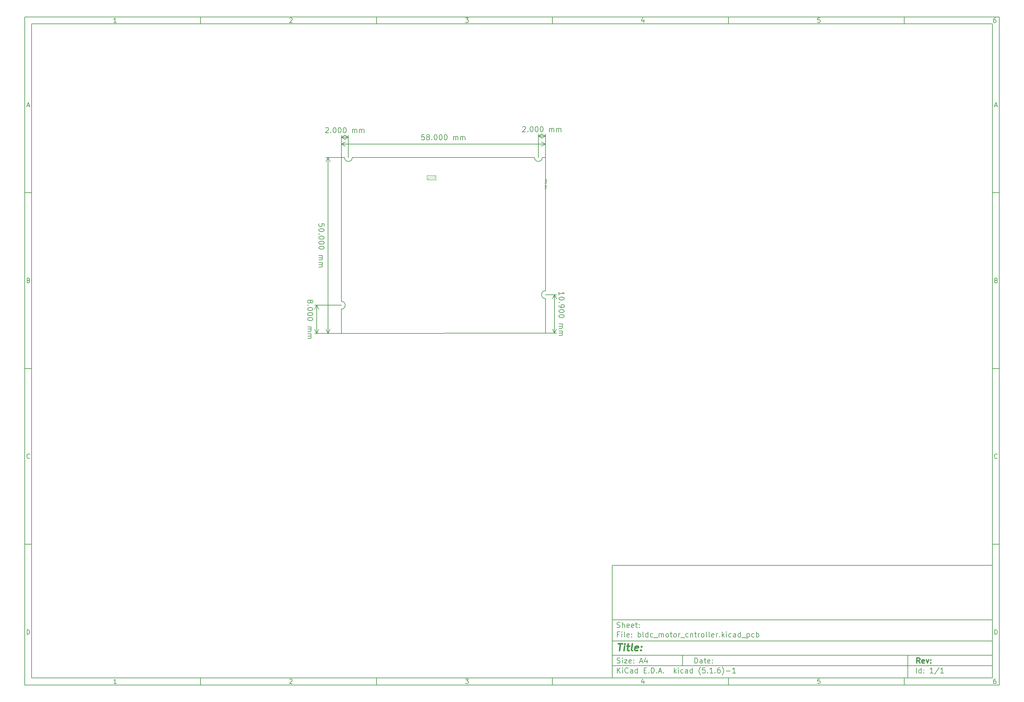
<source format=gbr>
G04 #@! TF.GenerationSoftware,KiCad,Pcbnew,(5.1.6)-1*
G04 #@! TF.CreationDate,2021-03-06T15:59:57+08:00*
G04 #@! TF.ProjectId,bldc_motor_cntroller,626c6463-5f6d-46f7-946f-725f636e7472,rev?*
G04 #@! TF.SameCoordinates,Original*
G04 #@! TF.FileFunction,OtherDrawing,Comment*
%FSLAX46Y46*%
G04 Gerber Fmt 4.6, Leading zero omitted, Abs format (unit mm)*
G04 Created by KiCad (PCBNEW (5.1.6)-1) date 2021-03-06 15:59:57*
%MOMM*%
%LPD*%
G01*
G04 APERTURE LIST*
%ADD10C,0.100000*%
%ADD11C,0.150000*%
%ADD12C,0.300000*%
%ADD13C,0.400000*%
%ADD14C,0.200000*%
%ADD15C,0.040000*%
G04 APERTURE END LIST*
D10*
D11*
X177002200Y-166007200D02*
X177002200Y-198007200D01*
X285002200Y-198007200D01*
X285002200Y-166007200D01*
X177002200Y-166007200D01*
D10*
D11*
X10000000Y-10000000D02*
X10000000Y-200007200D01*
X287002200Y-200007200D01*
X287002200Y-10000000D01*
X10000000Y-10000000D01*
D10*
D11*
X12000000Y-12000000D02*
X12000000Y-198007200D01*
X285002200Y-198007200D01*
X285002200Y-12000000D01*
X12000000Y-12000000D01*
D10*
D11*
X60000000Y-12000000D02*
X60000000Y-10000000D01*
D10*
D11*
X110000000Y-12000000D02*
X110000000Y-10000000D01*
D10*
D11*
X160000000Y-12000000D02*
X160000000Y-10000000D01*
D10*
D11*
X210000000Y-12000000D02*
X210000000Y-10000000D01*
D10*
D11*
X260000000Y-12000000D02*
X260000000Y-10000000D01*
D10*
D11*
X36065476Y-11588095D02*
X35322619Y-11588095D01*
X35694047Y-11588095D02*
X35694047Y-10288095D01*
X35570238Y-10473809D01*
X35446428Y-10597619D01*
X35322619Y-10659523D01*
D10*
D11*
X85322619Y-10411904D02*
X85384523Y-10350000D01*
X85508333Y-10288095D01*
X85817857Y-10288095D01*
X85941666Y-10350000D01*
X86003571Y-10411904D01*
X86065476Y-10535714D01*
X86065476Y-10659523D01*
X86003571Y-10845238D01*
X85260714Y-11588095D01*
X86065476Y-11588095D01*
D10*
D11*
X135260714Y-10288095D02*
X136065476Y-10288095D01*
X135632142Y-10783333D01*
X135817857Y-10783333D01*
X135941666Y-10845238D01*
X136003571Y-10907142D01*
X136065476Y-11030952D01*
X136065476Y-11340476D01*
X136003571Y-11464285D01*
X135941666Y-11526190D01*
X135817857Y-11588095D01*
X135446428Y-11588095D01*
X135322619Y-11526190D01*
X135260714Y-11464285D01*
D10*
D11*
X185941666Y-10721428D02*
X185941666Y-11588095D01*
X185632142Y-10226190D02*
X185322619Y-11154761D01*
X186127380Y-11154761D01*
D10*
D11*
X236003571Y-10288095D02*
X235384523Y-10288095D01*
X235322619Y-10907142D01*
X235384523Y-10845238D01*
X235508333Y-10783333D01*
X235817857Y-10783333D01*
X235941666Y-10845238D01*
X236003571Y-10907142D01*
X236065476Y-11030952D01*
X236065476Y-11340476D01*
X236003571Y-11464285D01*
X235941666Y-11526190D01*
X235817857Y-11588095D01*
X235508333Y-11588095D01*
X235384523Y-11526190D01*
X235322619Y-11464285D01*
D10*
D11*
X285941666Y-10288095D02*
X285694047Y-10288095D01*
X285570238Y-10350000D01*
X285508333Y-10411904D01*
X285384523Y-10597619D01*
X285322619Y-10845238D01*
X285322619Y-11340476D01*
X285384523Y-11464285D01*
X285446428Y-11526190D01*
X285570238Y-11588095D01*
X285817857Y-11588095D01*
X285941666Y-11526190D01*
X286003571Y-11464285D01*
X286065476Y-11340476D01*
X286065476Y-11030952D01*
X286003571Y-10907142D01*
X285941666Y-10845238D01*
X285817857Y-10783333D01*
X285570238Y-10783333D01*
X285446428Y-10845238D01*
X285384523Y-10907142D01*
X285322619Y-11030952D01*
D10*
D11*
X60000000Y-198007200D02*
X60000000Y-200007200D01*
D10*
D11*
X110000000Y-198007200D02*
X110000000Y-200007200D01*
D10*
D11*
X160000000Y-198007200D02*
X160000000Y-200007200D01*
D10*
D11*
X210000000Y-198007200D02*
X210000000Y-200007200D01*
D10*
D11*
X260000000Y-198007200D02*
X260000000Y-200007200D01*
D10*
D11*
X36065476Y-199595295D02*
X35322619Y-199595295D01*
X35694047Y-199595295D02*
X35694047Y-198295295D01*
X35570238Y-198481009D01*
X35446428Y-198604819D01*
X35322619Y-198666723D01*
D10*
D11*
X85322619Y-198419104D02*
X85384523Y-198357200D01*
X85508333Y-198295295D01*
X85817857Y-198295295D01*
X85941666Y-198357200D01*
X86003571Y-198419104D01*
X86065476Y-198542914D01*
X86065476Y-198666723D01*
X86003571Y-198852438D01*
X85260714Y-199595295D01*
X86065476Y-199595295D01*
D10*
D11*
X135260714Y-198295295D02*
X136065476Y-198295295D01*
X135632142Y-198790533D01*
X135817857Y-198790533D01*
X135941666Y-198852438D01*
X136003571Y-198914342D01*
X136065476Y-199038152D01*
X136065476Y-199347676D01*
X136003571Y-199471485D01*
X135941666Y-199533390D01*
X135817857Y-199595295D01*
X135446428Y-199595295D01*
X135322619Y-199533390D01*
X135260714Y-199471485D01*
D10*
D11*
X185941666Y-198728628D02*
X185941666Y-199595295D01*
X185632142Y-198233390D02*
X185322619Y-199161961D01*
X186127380Y-199161961D01*
D10*
D11*
X236003571Y-198295295D02*
X235384523Y-198295295D01*
X235322619Y-198914342D01*
X235384523Y-198852438D01*
X235508333Y-198790533D01*
X235817857Y-198790533D01*
X235941666Y-198852438D01*
X236003571Y-198914342D01*
X236065476Y-199038152D01*
X236065476Y-199347676D01*
X236003571Y-199471485D01*
X235941666Y-199533390D01*
X235817857Y-199595295D01*
X235508333Y-199595295D01*
X235384523Y-199533390D01*
X235322619Y-199471485D01*
D10*
D11*
X285941666Y-198295295D02*
X285694047Y-198295295D01*
X285570238Y-198357200D01*
X285508333Y-198419104D01*
X285384523Y-198604819D01*
X285322619Y-198852438D01*
X285322619Y-199347676D01*
X285384523Y-199471485D01*
X285446428Y-199533390D01*
X285570238Y-199595295D01*
X285817857Y-199595295D01*
X285941666Y-199533390D01*
X286003571Y-199471485D01*
X286065476Y-199347676D01*
X286065476Y-199038152D01*
X286003571Y-198914342D01*
X285941666Y-198852438D01*
X285817857Y-198790533D01*
X285570238Y-198790533D01*
X285446428Y-198852438D01*
X285384523Y-198914342D01*
X285322619Y-199038152D01*
D10*
D11*
X10000000Y-60000000D02*
X12000000Y-60000000D01*
D10*
D11*
X10000000Y-110000000D02*
X12000000Y-110000000D01*
D10*
D11*
X10000000Y-160000000D02*
X12000000Y-160000000D01*
D10*
D11*
X10690476Y-35216666D02*
X11309523Y-35216666D01*
X10566666Y-35588095D02*
X11000000Y-34288095D01*
X11433333Y-35588095D01*
D10*
D11*
X11092857Y-84907142D02*
X11278571Y-84969047D01*
X11340476Y-85030952D01*
X11402380Y-85154761D01*
X11402380Y-85340476D01*
X11340476Y-85464285D01*
X11278571Y-85526190D01*
X11154761Y-85588095D01*
X10659523Y-85588095D01*
X10659523Y-84288095D01*
X11092857Y-84288095D01*
X11216666Y-84350000D01*
X11278571Y-84411904D01*
X11340476Y-84535714D01*
X11340476Y-84659523D01*
X11278571Y-84783333D01*
X11216666Y-84845238D01*
X11092857Y-84907142D01*
X10659523Y-84907142D01*
D10*
D11*
X11402380Y-135464285D02*
X11340476Y-135526190D01*
X11154761Y-135588095D01*
X11030952Y-135588095D01*
X10845238Y-135526190D01*
X10721428Y-135402380D01*
X10659523Y-135278571D01*
X10597619Y-135030952D01*
X10597619Y-134845238D01*
X10659523Y-134597619D01*
X10721428Y-134473809D01*
X10845238Y-134350000D01*
X11030952Y-134288095D01*
X11154761Y-134288095D01*
X11340476Y-134350000D01*
X11402380Y-134411904D01*
D10*
D11*
X10659523Y-185588095D02*
X10659523Y-184288095D01*
X10969047Y-184288095D01*
X11154761Y-184350000D01*
X11278571Y-184473809D01*
X11340476Y-184597619D01*
X11402380Y-184845238D01*
X11402380Y-185030952D01*
X11340476Y-185278571D01*
X11278571Y-185402380D01*
X11154761Y-185526190D01*
X10969047Y-185588095D01*
X10659523Y-185588095D01*
D10*
D11*
X287002200Y-60000000D02*
X285002200Y-60000000D01*
D10*
D11*
X287002200Y-110000000D02*
X285002200Y-110000000D01*
D10*
D11*
X287002200Y-160000000D02*
X285002200Y-160000000D01*
D10*
D11*
X285692676Y-35216666D02*
X286311723Y-35216666D01*
X285568866Y-35588095D02*
X286002200Y-34288095D01*
X286435533Y-35588095D01*
D10*
D11*
X286095057Y-84907142D02*
X286280771Y-84969047D01*
X286342676Y-85030952D01*
X286404580Y-85154761D01*
X286404580Y-85340476D01*
X286342676Y-85464285D01*
X286280771Y-85526190D01*
X286156961Y-85588095D01*
X285661723Y-85588095D01*
X285661723Y-84288095D01*
X286095057Y-84288095D01*
X286218866Y-84350000D01*
X286280771Y-84411904D01*
X286342676Y-84535714D01*
X286342676Y-84659523D01*
X286280771Y-84783333D01*
X286218866Y-84845238D01*
X286095057Y-84907142D01*
X285661723Y-84907142D01*
D10*
D11*
X286404580Y-135464285D02*
X286342676Y-135526190D01*
X286156961Y-135588095D01*
X286033152Y-135588095D01*
X285847438Y-135526190D01*
X285723628Y-135402380D01*
X285661723Y-135278571D01*
X285599819Y-135030952D01*
X285599819Y-134845238D01*
X285661723Y-134597619D01*
X285723628Y-134473809D01*
X285847438Y-134350000D01*
X286033152Y-134288095D01*
X286156961Y-134288095D01*
X286342676Y-134350000D01*
X286404580Y-134411904D01*
D10*
D11*
X285661723Y-185588095D02*
X285661723Y-184288095D01*
X285971247Y-184288095D01*
X286156961Y-184350000D01*
X286280771Y-184473809D01*
X286342676Y-184597619D01*
X286404580Y-184845238D01*
X286404580Y-185030952D01*
X286342676Y-185278571D01*
X286280771Y-185402380D01*
X286156961Y-185526190D01*
X285971247Y-185588095D01*
X285661723Y-185588095D01*
D10*
D11*
X200434342Y-193785771D02*
X200434342Y-192285771D01*
X200791485Y-192285771D01*
X201005771Y-192357200D01*
X201148628Y-192500057D01*
X201220057Y-192642914D01*
X201291485Y-192928628D01*
X201291485Y-193142914D01*
X201220057Y-193428628D01*
X201148628Y-193571485D01*
X201005771Y-193714342D01*
X200791485Y-193785771D01*
X200434342Y-193785771D01*
X202577200Y-193785771D02*
X202577200Y-193000057D01*
X202505771Y-192857200D01*
X202362914Y-192785771D01*
X202077200Y-192785771D01*
X201934342Y-192857200D01*
X202577200Y-193714342D02*
X202434342Y-193785771D01*
X202077200Y-193785771D01*
X201934342Y-193714342D01*
X201862914Y-193571485D01*
X201862914Y-193428628D01*
X201934342Y-193285771D01*
X202077200Y-193214342D01*
X202434342Y-193214342D01*
X202577200Y-193142914D01*
X203077200Y-192785771D02*
X203648628Y-192785771D01*
X203291485Y-192285771D02*
X203291485Y-193571485D01*
X203362914Y-193714342D01*
X203505771Y-193785771D01*
X203648628Y-193785771D01*
X204720057Y-193714342D02*
X204577200Y-193785771D01*
X204291485Y-193785771D01*
X204148628Y-193714342D01*
X204077200Y-193571485D01*
X204077200Y-193000057D01*
X204148628Y-192857200D01*
X204291485Y-192785771D01*
X204577200Y-192785771D01*
X204720057Y-192857200D01*
X204791485Y-193000057D01*
X204791485Y-193142914D01*
X204077200Y-193285771D01*
X205434342Y-193642914D02*
X205505771Y-193714342D01*
X205434342Y-193785771D01*
X205362914Y-193714342D01*
X205434342Y-193642914D01*
X205434342Y-193785771D01*
X205434342Y-192857200D02*
X205505771Y-192928628D01*
X205434342Y-193000057D01*
X205362914Y-192928628D01*
X205434342Y-192857200D01*
X205434342Y-193000057D01*
D10*
D11*
X177002200Y-194507200D02*
X285002200Y-194507200D01*
D10*
D11*
X178434342Y-196585771D02*
X178434342Y-195085771D01*
X179291485Y-196585771D02*
X178648628Y-195728628D01*
X179291485Y-195085771D02*
X178434342Y-195942914D01*
X179934342Y-196585771D02*
X179934342Y-195585771D01*
X179934342Y-195085771D02*
X179862914Y-195157200D01*
X179934342Y-195228628D01*
X180005771Y-195157200D01*
X179934342Y-195085771D01*
X179934342Y-195228628D01*
X181505771Y-196442914D02*
X181434342Y-196514342D01*
X181220057Y-196585771D01*
X181077200Y-196585771D01*
X180862914Y-196514342D01*
X180720057Y-196371485D01*
X180648628Y-196228628D01*
X180577200Y-195942914D01*
X180577200Y-195728628D01*
X180648628Y-195442914D01*
X180720057Y-195300057D01*
X180862914Y-195157200D01*
X181077200Y-195085771D01*
X181220057Y-195085771D01*
X181434342Y-195157200D01*
X181505771Y-195228628D01*
X182791485Y-196585771D02*
X182791485Y-195800057D01*
X182720057Y-195657200D01*
X182577200Y-195585771D01*
X182291485Y-195585771D01*
X182148628Y-195657200D01*
X182791485Y-196514342D02*
X182648628Y-196585771D01*
X182291485Y-196585771D01*
X182148628Y-196514342D01*
X182077200Y-196371485D01*
X182077200Y-196228628D01*
X182148628Y-196085771D01*
X182291485Y-196014342D01*
X182648628Y-196014342D01*
X182791485Y-195942914D01*
X184148628Y-196585771D02*
X184148628Y-195085771D01*
X184148628Y-196514342D02*
X184005771Y-196585771D01*
X183720057Y-196585771D01*
X183577200Y-196514342D01*
X183505771Y-196442914D01*
X183434342Y-196300057D01*
X183434342Y-195871485D01*
X183505771Y-195728628D01*
X183577200Y-195657200D01*
X183720057Y-195585771D01*
X184005771Y-195585771D01*
X184148628Y-195657200D01*
X186005771Y-195800057D02*
X186505771Y-195800057D01*
X186720057Y-196585771D02*
X186005771Y-196585771D01*
X186005771Y-195085771D01*
X186720057Y-195085771D01*
X187362914Y-196442914D02*
X187434342Y-196514342D01*
X187362914Y-196585771D01*
X187291485Y-196514342D01*
X187362914Y-196442914D01*
X187362914Y-196585771D01*
X188077200Y-196585771D02*
X188077200Y-195085771D01*
X188434342Y-195085771D01*
X188648628Y-195157200D01*
X188791485Y-195300057D01*
X188862914Y-195442914D01*
X188934342Y-195728628D01*
X188934342Y-195942914D01*
X188862914Y-196228628D01*
X188791485Y-196371485D01*
X188648628Y-196514342D01*
X188434342Y-196585771D01*
X188077200Y-196585771D01*
X189577200Y-196442914D02*
X189648628Y-196514342D01*
X189577200Y-196585771D01*
X189505771Y-196514342D01*
X189577200Y-196442914D01*
X189577200Y-196585771D01*
X190220057Y-196157200D02*
X190934342Y-196157200D01*
X190077200Y-196585771D02*
X190577200Y-195085771D01*
X191077200Y-196585771D01*
X191577200Y-196442914D02*
X191648628Y-196514342D01*
X191577200Y-196585771D01*
X191505771Y-196514342D01*
X191577200Y-196442914D01*
X191577200Y-196585771D01*
X194577200Y-196585771D02*
X194577200Y-195085771D01*
X194720057Y-196014342D02*
X195148628Y-196585771D01*
X195148628Y-195585771D02*
X194577200Y-196157200D01*
X195791485Y-196585771D02*
X195791485Y-195585771D01*
X195791485Y-195085771D02*
X195720057Y-195157200D01*
X195791485Y-195228628D01*
X195862914Y-195157200D01*
X195791485Y-195085771D01*
X195791485Y-195228628D01*
X197148628Y-196514342D02*
X197005771Y-196585771D01*
X196720057Y-196585771D01*
X196577200Y-196514342D01*
X196505771Y-196442914D01*
X196434342Y-196300057D01*
X196434342Y-195871485D01*
X196505771Y-195728628D01*
X196577200Y-195657200D01*
X196720057Y-195585771D01*
X197005771Y-195585771D01*
X197148628Y-195657200D01*
X198434342Y-196585771D02*
X198434342Y-195800057D01*
X198362914Y-195657200D01*
X198220057Y-195585771D01*
X197934342Y-195585771D01*
X197791485Y-195657200D01*
X198434342Y-196514342D02*
X198291485Y-196585771D01*
X197934342Y-196585771D01*
X197791485Y-196514342D01*
X197720057Y-196371485D01*
X197720057Y-196228628D01*
X197791485Y-196085771D01*
X197934342Y-196014342D01*
X198291485Y-196014342D01*
X198434342Y-195942914D01*
X199791485Y-196585771D02*
X199791485Y-195085771D01*
X199791485Y-196514342D02*
X199648628Y-196585771D01*
X199362914Y-196585771D01*
X199220057Y-196514342D01*
X199148628Y-196442914D01*
X199077200Y-196300057D01*
X199077200Y-195871485D01*
X199148628Y-195728628D01*
X199220057Y-195657200D01*
X199362914Y-195585771D01*
X199648628Y-195585771D01*
X199791485Y-195657200D01*
X202077200Y-197157200D02*
X202005771Y-197085771D01*
X201862914Y-196871485D01*
X201791485Y-196728628D01*
X201720057Y-196514342D01*
X201648628Y-196157200D01*
X201648628Y-195871485D01*
X201720057Y-195514342D01*
X201791485Y-195300057D01*
X201862914Y-195157200D01*
X202005771Y-194942914D01*
X202077200Y-194871485D01*
X203362914Y-195085771D02*
X202648628Y-195085771D01*
X202577200Y-195800057D01*
X202648628Y-195728628D01*
X202791485Y-195657200D01*
X203148628Y-195657200D01*
X203291485Y-195728628D01*
X203362914Y-195800057D01*
X203434342Y-195942914D01*
X203434342Y-196300057D01*
X203362914Y-196442914D01*
X203291485Y-196514342D01*
X203148628Y-196585771D01*
X202791485Y-196585771D01*
X202648628Y-196514342D01*
X202577200Y-196442914D01*
X204077200Y-196442914D02*
X204148628Y-196514342D01*
X204077200Y-196585771D01*
X204005771Y-196514342D01*
X204077200Y-196442914D01*
X204077200Y-196585771D01*
X205577200Y-196585771D02*
X204720057Y-196585771D01*
X205148628Y-196585771D02*
X205148628Y-195085771D01*
X205005771Y-195300057D01*
X204862914Y-195442914D01*
X204720057Y-195514342D01*
X206220057Y-196442914D02*
X206291485Y-196514342D01*
X206220057Y-196585771D01*
X206148628Y-196514342D01*
X206220057Y-196442914D01*
X206220057Y-196585771D01*
X207577200Y-195085771D02*
X207291485Y-195085771D01*
X207148628Y-195157200D01*
X207077200Y-195228628D01*
X206934342Y-195442914D01*
X206862914Y-195728628D01*
X206862914Y-196300057D01*
X206934342Y-196442914D01*
X207005771Y-196514342D01*
X207148628Y-196585771D01*
X207434342Y-196585771D01*
X207577200Y-196514342D01*
X207648628Y-196442914D01*
X207720057Y-196300057D01*
X207720057Y-195942914D01*
X207648628Y-195800057D01*
X207577200Y-195728628D01*
X207434342Y-195657200D01*
X207148628Y-195657200D01*
X207005771Y-195728628D01*
X206934342Y-195800057D01*
X206862914Y-195942914D01*
X208220057Y-197157200D02*
X208291485Y-197085771D01*
X208434342Y-196871485D01*
X208505771Y-196728628D01*
X208577200Y-196514342D01*
X208648628Y-196157200D01*
X208648628Y-195871485D01*
X208577200Y-195514342D01*
X208505771Y-195300057D01*
X208434342Y-195157200D01*
X208291485Y-194942914D01*
X208220057Y-194871485D01*
X209362914Y-196014342D02*
X210505771Y-196014342D01*
X212005771Y-196585771D02*
X211148628Y-196585771D01*
X211577200Y-196585771D02*
X211577200Y-195085771D01*
X211434342Y-195300057D01*
X211291485Y-195442914D01*
X211148628Y-195514342D01*
D10*
D11*
X177002200Y-191507200D02*
X285002200Y-191507200D01*
D10*
D12*
X264411485Y-193785771D02*
X263911485Y-193071485D01*
X263554342Y-193785771D02*
X263554342Y-192285771D01*
X264125771Y-192285771D01*
X264268628Y-192357200D01*
X264340057Y-192428628D01*
X264411485Y-192571485D01*
X264411485Y-192785771D01*
X264340057Y-192928628D01*
X264268628Y-193000057D01*
X264125771Y-193071485D01*
X263554342Y-193071485D01*
X265625771Y-193714342D02*
X265482914Y-193785771D01*
X265197200Y-193785771D01*
X265054342Y-193714342D01*
X264982914Y-193571485D01*
X264982914Y-193000057D01*
X265054342Y-192857200D01*
X265197200Y-192785771D01*
X265482914Y-192785771D01*
X265625771Y-192857200D01*
X265697200Y-193000057D01*
X265697200Y-193142914D01*
X264982914Y-193285771D01*
X266197200Y-192785771D02*
X266554342Y-193785771D01*
X266911485Y-192785771D01*
X267482914Y-193642914D02*
X267554342Y-193714342D01*
X267482914Y-193785771D01*
X267411485Y-193714342D01*
X267482914Y-193642914D01*
X267482914Y-193785771D01*
X267482914Y-192857200D02*
X267554342Y-192928628D01*
X267482914Y-193000057D01*
X267411485Y-192928628D01*
X267482914Y-192857200D01*
X267482914Y-193000057D01*
D10*
D11*
X178362914Y-193714342D02*
X178577200Y-193785771D01*
X178934342Y-193785771D01*
X179077200Y-193714342D01*
X179148628Y-193642914D01*
X179220057Y-193500057D01*
X179220057Y-193357200D01*
X179148628Y-193214342D01*
X179077200Y-193142914D01*
X178934342Y-193071485D01*
X178648628Y-193000057D01*
X178505771Y-192928628D01*
X178434342Y-192857200D01*
X178362914Y-192714342D01*
X178362914Y-192571485D01*
X178434342Y-192428628D01*
X178505771Y-192357200D01*
X178648628Y-192285771D01*
X179005771Y-192285771D01*
X179220057Y-192357200D01*
X179862914Y-193785771D02*
X179862914Y-192785771D01*
X179862914Y-192285771D02*
X179791485Y-192357200D01*
X179862914Y-192428628D01*
X179934342Y-192357200D01*
X179862914Y-192285771D01*
X179862914Y-192428628D01*
X180434342Y-192785771D02*
X181220057Y-192785771D01*
X180434342Y-193785771D01*
X181220057Y-193785771D01*
X182362914Y-193714342D02*
X182220057Y-193785771D01*
X181934342Y-193785771D01*
X181791485Y-193714342D01*
X181720057Y-193571485D01*
X181720057Y-193000057D01*
X181791485Y-192857200D01*
X181934342Y-192785771D01*
X182220057Y-192785771D01*
X182362914Y-192857200D01*
X182434342Y-193000057D01*
X182434342Y-193142914D01*
X181720057Y-193285771D01*
X183077200Y-193642914D02*
X183148628Y-193714342D01*
X183077200Y-193785771D01*
X183005771Y-193714342D01*
X183077200Y-193642914D01*
X183077200Y-193785771D01*
X183077200Y-192857200D02*
X183148628Y-192928628D01*
X183077200Y-193000057D01*
X183005771Y-192928628D01*
X183077200Y-192857200D01*
X183077200Y-193000057D01*
X184862914Y-193357200D02*
X185577200Y-193357200D01*
X184720057Y-193785771D02*
X185220057Y-192285771D01*
X185720057Y-193785771D01*
X186862914Y-192785771D02*
X186862914Y-193785771D01*
X186505771Y-192214342D02*
X186148628Y-193285771D01*
X187077200Y-193285771D01*
D10*
D11*
X263434342Y-196585771D02*
X263434342Y-195085771D01*
X264791485Y-196585771D02*
X264791485Y-195085771D01*
X264791485Y-196514342D02*
X264648628Y-196585771D01*
X264362914Y-196585771D01*
X264220057Y-196514342D01*
X264148628Y-196442914D01*
X264077200Y-196300057D01*
X264077200Y-195871485D01*
X264148628Y-195728628D01*
X264220057Y-195657200D01*
X264362914Y-195585771D01*
X264648628Y-195585771D01*
X264791485Y-195657200D01*
X265505771Y-196442914D02*
X265577200Y-196514342D01*
X265505771Y-196585771D01*
X265434342Y-196514342D01*
X265505771Y-196442914D01*
X265505771Y-196585771D01*
X265505771Y-195657200D02*
X265577200Y-195728628D01*
X265505771Y-195800057D01*
X265434342Y-195728628D01*
X265505771Y-195657200D01*
X265505771Y-195800057D01*
X268148628Y-196585771D02*
X267291485Y-196585771D01*
X267720057Y-196585771D02*
X267720057Y-195085771D01*
X267577200Y-195300057D01*
X267434342Y-195442914D01*
X267291485Y-195514342D01*
X269862914Y-195014342D02*
X268577200Y-196942914D01*
X271148628Y-196585771D02*
X270291485Y-196585771D01*
X270720057Y-196585771D02*
X270720057Y-195085771D01*
X270577200Y-195300057D01*
X270434342Y-195442914D01*
X270291485Y-195514342D01*
D10*
D11*
X177002200Y-187507200D02*
X285002200Y-187507200D01*
D10*
D13*
X178714580Y-188211961D02*
X179857438Y-188211961D01*
X179036009Y-190211961D02*
X179286009Y-188211961D01*
X180274104Y-190211961D02*
X180440771Y-188878628D01*
X180524104Y-188211961D02*
X180416961Y-188307200D01*
X180500295Y-188402438D01*
X180607438Y-188307200D01*
X180524104Y-188211961D01*
X180500295Y-188402438D01*
X181107438Y-188878628D02*
X181869342Y-188878628D01*
X181476485Y-188211961D02*
X181262200Y-189926247D01*
X181333628Y-190116723D01*
X181512200Y-190211961D01*
X181702676Y-190211961D01*
X182655057Y-190211961D02*
X182476485Y-190116723D01*
X182405057Y-189926247D01*
X182619342Y-188211961D01*
X184190771Y-190116723D02*
X183988390Y-190211961D01*
X183607438Y-190211961D01*
X183428866Y-190116723D01*
X183357438Y-189926247D01*
X183452676Y-189164342D01*
X183571723Y-188973866D01*
X183774104Y-188878628D01*
X184155057Y-188878628D01*
X184333628Y-188973866D01*
X184405057Y-189164342D01*
X184381247Y-189354819D01*
X183405057Y-189545295D01*
X185155057Y-190021485D02*
X185238390Y-190116723D01*
X185131247Y-190211961D01*
X185047914Y-190116723D01*
X185155057Y-190021485D01*
X185131247Y-190211961D01*
X185286009Y-188973866D02*
X185369342Y-189069104D01*
X185262200Y-189164342D01*
X185178866Y-189069104D01*
X185286009Y-188973866D01*
X185262200Y-189164342D01*
D10*
D11*
X178934342Y-185600057D02*
X178434342Y-185600057D01*
X178434342Y-186385771D02*
X178434342Y-184885771D01*
X179148628Y-184885771D01*
X179720057Y-186385771D02*
X179720057Y-185385771D01*
X179720057Y-184885771D02*
X179648628Y-184957200D01*
X179720057Y-185028628D01*
X179791485Y-184957200D01*
X179720057Y-184885771D01*
X179720057Y-185028628D01*
X180648628Y-186385771D02*
X180505771Y-186314342D01*
X180434342Y-186171485D01*
X180434342Y-184885771D01*
X181791485Y-186314342D02*
X181648628Y-186385771D01*
X181362914Y-186385771D01*
X181220057Y-186314342D01*
X181148628Y-186171485D01*
X181148628Y-185600057D01*
X181220057Y-185457200D01*
X181362914Y-185385771D01*
X181648628Y-185385771D01*
X181791485Y-185457200D01*
X181862914Y-185600057D01*
X181862914Y-185742914D01*
X181148628Y-185885771D01*
X182505771Y-186242914D02*
X182577200Y-186314342D01*
X182505771Y-186385771D01*
X182434342Y-186314342D01*
X182505771Y-186242914D01*
X182505771Y-186385771D01*
X182505771Y-185457200D02*
X182577200Y-185528628D01*
X182505771Y-185600057D01*
X182434342Y-185528628D01*
X182505771Y-185457200D01*
X182505771Y-185600057D01*
X184362914Y-186385771D02*
X184362914Y-184885771D01*
X184362914Y-185457200D02*
X184505771Y-185385771D01*
X184791485Y-185385771D01*
X184934342Y-185457200D01*
X185005771Y-185528628D01*
X185077200Y-185671485D01*
X185077200Y-186100057D01*
X185005771Y-186242914D01*
X184934342Y-186314342D01*
X184791485Y-186385771D01*
X184505771Y-186385771D01*
X184362914Y-186314342D01*
X185934342Y-186385771D02*
X185791485Y-186314342D01*
X185720057Y-186171485D01*
X185720057Y-184885771D01*
X187148628Y-186385771D02*
X187148628Y-184885771D01*
X187148628Y-186314342D02*
X187005771Y-186385771D01*
X186720057Y-186385771D01*
X186577200Y-186314342D01*
X186505771Y-186242914D01*
X186434342Y-186100057D01*
X186434342Y-185671485D01*
X186505771Y-185528628D01*
X186577200Y-185457200D01*
X186720057Y-185385771D01*
X187005771Y-185385771D01*
X187148628Y-185457200D01*
X188505771Y-186314342D02*
X188362914Y-186385771D01*
X188077200Y-186385771D01*
X187934342Y-186314342D01*
X187862914Y-186242914D01*
X187791485Y-186100057D01*
X187791485Y-185671485D01*
X187862914Y-185528628D01*
X187934342Y-185457200D01*
X188077200Y-185385771D01*
X188362914Y-185385771D01*
X188505771Y-185457200D01*
X188791485Y-186528628D02*
X189934342Y-186528628D01*
X190291485Y-186385771D02*
X190291485Y-185385771D01*
X190291485Y-185528628D02*
X190362914Y-185457200D01*
X190505771Y-185385771D01*
X190720057Y-185385771D01*
X190862914Y-185457200D01*
X190934342Y-185600057D01*
X190934342Y-186385771D01*
X190934342Y-185600057D02*
X191005771Y-185457200D01*
X191148628Y-185385771D01*
X191362914Y-185385771D01*
X191505771Y-185457200D01*
X191577200Y-185600057D01*
X191577200Y-186385771D01*
X192505771Y-186385771D02*
X192362914Y-186314342D01*
X192291485Y-186242914D01*
X192220057Y-186100057D01*
X192220057Y-185671485D01*
X192291485Y-185528628D01*
X192362914Y-185457200D01*
X192505771Y-185385771D01*
X192720057Y-185385771D01*
X192862914Y-185457200D01*
X192934342Y-185528628D01*
X193005771Y-185671485D01*
X193005771Y-186100057D01*
X192934342Y-186242914D01*
X192862914Y-186314342D01*
X192720057Y-186385771D01*
X192505771Y-186385771D01*
X193434342Y-185385771D02*
X194005771Y-185385771D01*
X193648628Y-184885771D02*
X193648628Y-186171485D01*
X193720057Y-186314342D01*
X193862914Y-186385771D01*
X194005771Y-186385771D01*
X194720057Y-186385771D02*
X194577200Y-186314342D01*
X194505771Y-186242914D01*
X194434342Y-186100057D01*
X194434342Y-185671485D01*
X194505771Y-185528628D01*
X194577200Y-185457200D01*
X194720057Y-185385771D01*
X194934342Y-185385771D01*
X195077200Y-185457200D01*
X195148628Y-185528628D01*
X195220057Y-185671485D01*
X195220057Y-186100057D01*
X195148628Y-186242914D01*
X195077200Y-186314342D01*
X194934342Y-186385771D01*
X194720057Y-186385771D01*
X195862914Y-186385771D02*
X195862914Y-185385771D01*
X195862914Y-185671485D02*
X195934342Y-185528628D01*
X196005771Y-185457200D01*
X196148628Y-185385771D01*
X196291485Y-185385771D01*
X196434342Y-186528628D02*
X197577200Y-186528628D01*
X198577200Y-186314342D02*
X198434342Y-186385771D01*
X198148628Y-186385771D01*
X198005771Y-186314342D01*
X197934342Y-186242914D01*
X197862914Y-186100057D01*
X197862914Y-185671485D01*
X197934342Y-185528628D01*
X198005771Y-185457200D01*
X198148628Y-185385771D01*
X198434342Y-185385771D01*
X198577200Y-185457200D01*
X199220057Y-185385771D02*
X199220057Y-186385771D01*
X199220057Y-185528628D02*
X199291485Y-185457200D01*
X199434342Y-185385771D01*
X199648628Y-185385771D01*
X199791485Y-185457200D01*
X199862914Y-185600057D01*
X199862914Y-186385771D01*
X200362914Y-185385771D02*
X200934342Y-185385771D01*
X200577200Y-184885771D02*
X200577200Y-186171485D01*
X200648628Y-186314342D01*
X200791485Y-186385771D01*
X200934342Y-186385771D01*
X201434342Y-186385771D02*
X201434342Y-185385771D01*
X201434342Y-185671485D02*
X201505771Y-185528628D01*
X201577200Y-185457200D01*
X201720057Y-185385771D01*
X201862914Y-185385771D01*
X202577200Y-186385771D02*
X202434342Y-186314342D01*
X202362914Y-186242914D01*
X202291485Y-186100057D01*
X202291485Y-185671485D01*
X202362914Y-185528628D01*
X202434342Y-185457200D01*
X202577200Y-185385771D01*
X202791485Y-185385771D01*
X202934342Y-185457200D01*
X203005771Y-185528628D01*
X203077200Y-185671485D01*
X203077200Y-186100057D01*
X203005771Y-186242914D01*
X202934342Y-186314342D01*
X202791485Y-186385771D01*
X202577200Y-186385771D01*
X203934342Y-186385771D02*
X203791485Y-186314342D01*
X203720057Y-186171485D01*
X203720057Y-184885771D01*
X204720057Y-186385771D02*
X204577200Y-186314342D01*
X204505771Y-186171485D01*
X204505771Y-184885771D01*
X205862914Y-186314342D02*
X205720057Y-186385771D01*
X205434342Y-186385771D01*
X205291485Y-186314342D01*
X205220057Y-186171485D01*
X205220057Y-185600057D01*
X205291485Y-185457200D01*
X205434342Y-185385771D01*
X205720057Y-185385771D01*
X205862914Y-185457200D01*
X205934342Y-185600057D01*
X205934342Y-185742914D01*
X205220057Y-185885771D01*
X206577200Y-186385771D02*
X206577200Y-185385771D01*
X206577200Y-185671485D02*
X206648628Y-185528628D01*
X206720057Y-185457200D01*
X206862914Y-185385771D01*
X207005771Y-185385771D01*
X207505771Y-186242914D02*
X207577200Y-186314342D01*
X207505771Y-186385771D01*
X207434342Y-186314342D01*
X207505771Y-186242914D01*
X207505771Y-186385771D01*
X208220057Y-186385771D02*
X208220057Y-184885771D01*
X208362914Y-185814342D02*
X208791485Y-186385771D01*
X208791485Y-185385771D02*
X208220057Y-185957200D01*
X209434342Y-186385771D02*
X209434342Y-185385771D01*
X209434342Y-184885771D02*
X209362914Y-184957200D01*
X209434342Y-185028628D01*
X209505771Y-184957200D01*
X209434342Y-184885771D01*
X209434342Y-185028628D01*
X210791485Y-186314342D02*
X210648628Y-186385771D01*
X210362914Y-186385771D01*
X210220057Y-186314342D01*
X210148628Y-186242914D01*
X210077200Y-186100057D01*
X210077200Y-185671485D01*
X210148628Y-185528628D01*
X210220057Y-185457200D01*
X210362914Y-185385771D01*
X210648628Y-185385771D01*
X210791485Y-185457200D01*
X212077200Y-186385771D02*
X212077200Y-185600057D01*
X212005771Y-185457200D01*
X211862914Y-185385771D01*
X211577200Y-185385771D01*
X211434342Y-185457200D01*
X212077200Y-186314342D02*
X211934342Y-186385771D01*
X211577200Y-186385771D01*
X211434342Y-186314342D01*
X211362914Y-186171485D01*
X211362914Y-186028628D01*
X211434342Y-185885771D01*
X211577200Y-185814342D01*
X211934342Y-185814342D01*
X212077200Y-185742914D01*
X213434342Y-186385771D02*
X213434342Y-184885771D01*
X213434342Y-186314342D02*
X213291485Y-186385771D01*
X213005771Y-186385771D01*
X212862914Y-186314342D01*
X212791485Y-186242914D01*
X212720057Y-186100057D01*
X212720057Y-185671485D01*
X212791485Y-185528628D01*
X212862914Y-185457200D01*
X213005771Y-185385771D01*
X213291485Y-185385771D01*
X213434342Y-185457200D01*
X213791485Y-186528628D02*
X214934342Y-186528628D01*
X215291485Y-185385771D02*
X215291485Y-186885771D01*
X215291485Y-185457200D02*
X215434342Y-185385771D01*
X215720057Y-185385771D01*
X215862914Y-185457200D01*
X215934342Y-185528628D01*
X216005771Y-185671485D01*
X216005771Y-186100057D01*
X215934342Y-186242914D01*
X215862914Y-186314342D01*
X215720057Y-186385771D01*
X215434342Y-186385771D01*
X215291485Y-186314342D01*
X217291485Y-186314342D02*
X217148628Y-186385771D01*
X216862914Y-186385771D01*
X216720057Y-186314342D01*
X216648628Y-186242914D01*
X216577200Y-186100057D01*
X216577200Y-185671485D01*
X216648628Y-185528628D01*
X216720057Y-185457200D01*
X216862914Y-185385771D01*
X217148628Y-185385771D01*
X217291485Y-185457200D01*
X217934342Y-186385771D02*
X217934342Y-184885771D01*
X217934342Y-185457200D02*
X218077200Y-185385771D01*
X218362914Y-185385771D01*
X218505771Y-185457200D01*
X218577200Y-185528628D01*
X218648628Y-185671485D01*
X218648628Y-186100057D01*
X218577200Y-186242914D01*
X218505771Y-186314342D01*
X218362914Y-186385771D01*
X218077200Y-186385771D01*
X217934342Y-186314342D01*
D10*
D11*
X177002200Y-181507200D02*
X285002200Y-181507200D01*
D10*
D11*
X178362914Y-183614342D02*
X178577200Y-183685771D01*
X178934342Y-183685771D01*
X179077200Y-183614342D01*
X179148628Y-183542914D01*
X179220057Y-183400057D01*
X179220057Y-183257200D01*
X179148628Y-183114342D01*
X179077200Y-183042914D01*
X178934342Y-182971485D01*
X178648628Y-182900057D01*
X178505771Y-182828628D01*
X178434342Y-182757200D01*
X178362914Y-182614342D01*
X178362914Y-182471485D01*
X178434342Y-182328628D01*
X178505771Y-182257200D01*
X178648628Y-182185771D01*
X179005771Y-182185771D01*
X179220057Y-182257200D01*
X179862914Y-183685771D02*
X179862914Y-182185771D01*
X180505771Y-183685771D02*
X180505771Y-182900057D01*
X180434342Y-182757200D01*
X180291485Y-182685771D01*
X180077200Y-182685771D01*
X179934342Y-182757200D01*
X179862914Y-182828628D01*
X181791485Y-183614342D02*
X181648628Y-183685771D01*
X181362914Y-183685771D01*
X181220057Y-183614342D01*
X181148628Y-183471485D01*
X181148628Y-182900057D01*
X181220057Y-182757200D01*
X181362914Y-182685771D01*
X181648628Y-182685771D01*
X181791485Y-182757200D01*
X181862914Y-182900057D01*
X181862914Y-183042914D01*
X181148628Y-183185771D01*
X183077200Y-183614342D02*
X182934342Y-183685771D01*
X182648628Y-183685771D01*
X182505771Y-183614342D01*
X182434342Y-183471485D01*
X182434342Y-182900057D01*
X182505771Y-182757200D01*
X182648628Y-182685771D01*
X182934342Y-182685771D01*
X183077200Y-182757200D01*
X183148628Y-182900057D01*
X183148628Y-183042914D01*
X182434342Y-183185771D01*
X183577200Y-182685771D02*
X184148628Y-182685771D01*
X183791485Y-182185771D02*
X183791485Y-183471485D01*
X183862914Y-183614342D01*
X184005771Y-183685771D01*
X184148628Y-183685771D01*
X184648628Y-183542914D02*
X184720057Y-183614342D01*
X184648628Y-183685771D01*
X184577200Y-183614342D01*
X184648628Y-183542914D01*
X184648628Y-183685771D01*
X184648628Y-182757200D02*
X184720057Y-182828628D01*
X184648628Y-182900057D01*
X184577200Y-182828628D01*
X184648628Y-182757200D01*
X184648628Y-182900057D01*
D10*
D11*
X197002200Y-191507200D02*
X197002200Y-194507200D01*
D10*
D11*
X261002200Y-191507200D02*
X261002200Y-198007200D01*
D14*
X100000000Y-90900000D02*
G75*
G02*
X100000000Y-93100000I0J-1100000D01*
G01*
X158000000Y-90100000D02*
G75*
G02*
X158000000Y-87900000I0J1100000D01*
G01*
X157100000Y-50000000D02*
G75*
G02*
X154900000Y-50000000I-1100000J0D01*
G01*
X103100000Y-50000000D02*
G75*
G02*
X100900000Y-50000000I-1100000J0D01*
G01*
X100900000Y-50000000D02*
X100000000Y-50000000D01*
X154900000Y-50000000D02*
X103100000Y-50000000D01*
X158000000Y-50000000D02*
X157100000Y-50000000D01*
X158000000Y-87900000D02*
X158000000Y-50000000D01*
X158000000Y-99900000D02*
X158000000Y-90100000D01*
X100000000Y-100000000D02*
X158000000Y-99900000D01*
X100000000Y-93100000D02*
X100000000Y-100000000D01*
X100000000Y-50000000D02*
X100000000Y-90900000D01*
X161821428Y-89092857D02*
X161821428Y-88235714D01*
X161821428Y-88664285D02*
X163321428Y-88664285D01*
X163107142Y-88521428D01*
X162964285Y-88378571D01*
X162892857Y-88235714D01*
X163321428Y-90021428D02*
X163321428Y-90164285D01*
X163250000Y-90307142D01*
X163178571Y-90378571D01*
X163035714Y-90450000D01*
X162750000Y-90521428D01*
X162392857Y-90521428D01*
X162107142Y-90450000D01*
X161964285Y-90378571D01*
X161892857Y-90307142D01*
X161821428Y-90164285D01*
X161821428Y-90021428D01*
X161892857Y-89878571D01*
X161964285Y-89807142D01*
X162107142Y-89735714D01*
X162392857Y-89664285D01*
X162750000Y-89664285D01*
X163035714Y-89735714D01*
X163178571Y-89807142D01*
X163250000Y-89878571D01*
X163321428Y-90021428D01*
X161964285Y-91164285D02*
X161892857Y-91235714D01*
X161821428Y-91164285D01*
X161892857Y-91092857D01*
X161964285Y-91164285D01*
X161821428Y-91164285D01*
X161821428Y-91950000D02*
X161821428Y-92235714D01*
X161892857Y-92378571D01*
X161964285Y-92450000D01*
X162178571Y-92592857D01*
X162464285Y-92664285D01*
X163035714Y-92664285D01*
X163178571Y-92592857D01*
X163250000Y-92521428D01*
X163321428Y-92378571D01*
X163321428Y-92092857D01*
X163250000Y-91950000D01*
X163178571Y-91878571D01*
X163035714Y-91807142D01*
X162678571Y-91807142D01*
X162535714Y-91878571D01*
X162464285Y-91950000D01*
X162392857Y-92092857D01*
X162392857Y-92378571D01*
X162464285Y-92521428D01*
X162535714Y-92592857D01*
X162678571Y-92664285D01*
X163321428Y-93592857D02*
X163321428Y-93735714D01*
X163250000Y-93878571D01*
X163178571Y-93950000D01*
X163035714Y-94021428D01*
X162750000Y-94092857D01*
X162392857Y-94092857D01*
X162107142Y-94021428D01*
X161964285Y-93950000D01*
X161892857Y-93878571D01*
X161821428Y-93735714D01*
X161821428Y-93592857D01*
X161892857Y-93450000D01*
X161964285Y-93378571D01*
X162107142Y-93307142D01*
X162392857Y-93235714D01*
X162750000Y-93235714D01*
X163035714Y-93307142D01*
X163178571Y-93378571D01*
X163250000Y-93450000D01*
X163321428Y-93592857D01*
X163321428Y-95021428D02*
X163321428Y-95164285D01*
X163250000Y-95307142D01*
X163178571Y-95378571D01*
X163035714Y-95450000D01*
X162750000Y-95521428D01*
X162392857Y-95521428D01*
X162107142Y-95450000D01*
X161964285Y-95378571D01*
X161892857Y-95307142D01*
X161821428Y-95164285D01*
X161821428Y-95021428D01*
X161892857Y-94878571D01*
X161964285Y-94807142D01*
X162107142Y-94735714D01*
X162392857Y-94664285D01*
X162750000Y-94664285D01*
X163035714Y-94735714D01*
X163178571Y-94807142D01*
X163250000Y-94878571D01*
X163321428Y-95021428D01*
X161821428Y-97307142D02*
X162821428Y-97307142D01*
X162678571Y-97307142D02*
X162750000Y-97378571D01*
X162821428Y-97521428D01*
X162821428Y-97735714D01*
X162750000Y-97878571D01*
X162607142Y-97950000D01*
X161821428Y-97950000D01*
X162607142Y-97950000D02*
X162750000Y-98021428D01*
X162821428Y-98164285D01*
X162821428Y-98378571D01*
X162750000Y-98521428D01*
X162607142Y-98592857D01*
X161821428Y-98592857D01*
X161821428Y-99307142D02*
X162821428Y-99307142D01*
X162678571Y-99307142D02*
X162750000Y-99378571D01*
X162821428Y-99521428D01*
X162821428Y-99735714D01*
X162750000Y-99878571D01*
X162607142Y-99950000D01*
X161821428Y-99950000D01*
X162607142Y-99950000D02*
X162750000Y-100021428D01*
X162821428Y-100164285D01*
X162821428Y-100378571D01*
X162750000Y-100521428D01*
X162607142Y-100592857D01*
X161821428Y-100592857D01*
X160600000Y-89000000D02*
X160600000Y-99900000D01*
X158000000Y-89000000D02*
X161186421Y-89000000D01*
X158000000Y-99900000D02*
X161186421Y-99900000D01*
X160600000Y-99900000D02*
X160013579Y-98773496D01*
X160600000Y-99900000D02*
X161186421Y-98773496D01*
X160600000Y-89000000D02*
X160013579Y-90126504D01*
X160600000Y-89000000D02*
X161186421Y-90126504D01*
X91278572Y-90785714D02*
X91350001Y-90642857D01*
X91421429Y-90571428D01*
X91564286Y-90500000D01*
X91635715Y-90500000D01*
X91778572Y-90571428D01*
X91850001Y-90642857D01*
X91921429Y-90785714D01*
X91921429Y-91071428D01*
X91850001Y-91214285D01*
X91778572Y-91285714D01*
X91635715Y-91357142D01*
X91564286Y-91357142D01*
X91421429Y-91285714D01*
X91350001Y-91214285D01*
X91278572Y-91071428D01*
X91278572Y-90785714D01*
X91207143Y-90642857D01*
X91135715Y-90571428D01*
X90992858Y-90500000D01*
X90707143Y-90500000D01*
X90564286Y-90571428D01*
X90492858Y-90642857D01*
X90421429Y-90785714D01*
X90421429Y-91071428D01*
X90492858Y-91214285D01*
X90564286Y-91285714D01*
X90707143Y-91357142D01*
X90992858Y-91357142D01*
X91135715Y-91285714D01*
X91207143Y-91214285D01*
X91278572Y-91071428D01*
X90564286Y-92000000D02*
X90492858Y-92071428D01*
X90421429Y-92000000D01*
X90492858Y-91928571D01*
X90564286Y-92000000D01*
X90421429Y-92000000D01*
X91921429Y-93000000D02*
X91921429Y-93142857D01*
X91850001Y-93285714D01*
X91778572Y-93357142D01*
X91635715Y-93428571D01*
X91350001Y-93500000D01*
X90992858Y-93500000D01*
X90707143Y-93428571D01*
X90564286Y-93357142D01*
X90492858Y-93285714D01*
X90421429Y-93142857D01*
X90421429Y-93000000D01*
X90492858Y-92857142D01*
X90564286Y-92785714D01*
X90707143Y-92714285D01*
X90992858Y-92642857D01*
X91350001Y-92642857D01*
X91635715Y-92714285D01*
X91778572Y-92785714D01*
X91850001Y-92857142D01*
X91921429Y-93000000D01*
X91921429Y-94428571D02*
X91921429Y-94571428D01*
X91850001Y-94714285D01*
X91778572Y-94785714D01*
X91635715Y-94857142D01*
X91350001Y-94928571D01*
X90992858Y-94928571D01*
X90707143Y-94857142D01*
X90564286Y-94785714D01*
X90492858Y-94714285D01*
X90421429Y-94571428D01*
X90421429Y-94428571D01*
X90492858Y-94285714D01*
X90564286Y-94214285D01*
X90707143Y-94142857D01*
X90992858Y-94071428D01*
X91350001Y-94071428D01*
X91635715Y-94142857D01*
X91778572Y-94214285D01*
X91850001Y-94285714D01*
X91921429Y-94428571D01*
X91921429Y-95857142D02*
X91921429Y-96000000D01*
X91850001Y-96142857D01*
X91778572Y-96214285D01*
X91635715Y-96285714D01*
X91350001Y-96357142D01*
X90992858Y-96357142D01*
X90707143Y-96285714D01*
X90564286Y-96214285D01*
X90492858Y-96142857D01*
X90421429Y-96000000D01*
X90421429Y-95857142D01*
X90492858Y-95714285D01*
X90564286Y-95642857D01*
X90707143Y-95571428D01*
X90992858Y-95500000D01*
X91350001Y-95500000D01*
X91635715Y-95571428D01*
X91778572Y-95642857D01*
X91850001Y-95714285D01*
X91921429Y-95857142D01*
X90421429Y-98142857D02*
X91421429Y-98142857D01*
X91278572Y-98142857D02*
X91350001Y-98214285D01*
X91421429Y-98357142D01*
X91421429Y-98571428D01*
X91350001Y-98714285D01*
X91207143Y-98785714D01*
X90421429Y-98785714D01*
X91207143Y-98785714D02*
X91350001Y-98857142D01*
X91421429Y-99000000D01*
X91421429Y-99214285D01*
X91350001Y-99357142D01*
X91207143Y-99428571D01*
X90421429Y-99428571D01*
X90421429Y-100142857D02*
X91421429Y-100142857D01*
X91278572Y-100142857D02*
X91350001Y-100214285D01*
X91421429Y-100357142D01*
X91421429Y-100571428D01*
X91350001Y-100714285D01*
X91207143Y-100785714D01*
X90421429Y-100785714D01*
X91207143Y-100785714D02*
X91350001Y-100857142D01*
X91421429Y-101000000D01*
X91421429Y-101214285D01*
X91350001Y-101357142D01*
X91207143Y-101428571D01*
X90421429Y-101428571D01*
X93000001Y-92000000D02*
X93000001Y-100000000D01*
X100000000Y-92000000D02*
X92413580Y-92000000D01*
X100000000Y-100000000D02*
X92413580Y-100000000D01*
X93000001Y-100000000D02*
X92413580Y-98873496D01*
X93000001Y-100000000D02*
X93586422Y-98873496D01*
X93000001Y-92000000D02*
X92413580Y-93126504D01*
X93000001Y-92000000D02*
X93586422Y-93126504D01*
X151500000Y-41321428D02*
X151571428Y-41250000D01*
X151714285Y-41178571D01*
X152071428Y-41178571D01*
X152214285Y-41250000D01*
X152285714Y-41321428D01*
X152357142Y-41464285D01*
X152357142Y-41607142D01*
X152285714Y-41821428D01*
X151428571Y-42678571D01*
X152357142Y-42678571D01*
X153000000Y-42535714D02*
X153071428Y-42607142D01*
X153000000Y-42678571D01*
X152928571Y-42607142D01*
X153000000Y-42535714D01*
X153000000Y-42678571D01*
X154000000Y-41178571D02*
X154142857Y-41178571D01*
X154285714Y-41250000D01*
X154357142Y-41321428D01*
X154428571Y-41464285D01*
X154500000Y-41750000D01*
X154500000Y-42107142D01*
X154428571Y-42392857D01*
X154357142Y-42535714D01*
X154285714Y-42607142D01*
X154142857Y-42678571D01*
X154000000Y-42678571D01*
X153857142Y-42607142D01*
X153785714Y-42535714D01*
X153714285Y-42392857D01*
X153642857Y-42107142D01*
X153642857Y-41750000D01*
X153714285Y-41464285D01*
X153785714Y-41321428D01*
X153857142Y-41250000D01*
X154000000Y-41178571D01*
X155428571Y-41178571D02*
X155571428Y-41178571D01*
X155714285Y-41250000D01*
X155785714Y-41321428D01*
X155857142Y-41464285D01*
X155928571Y-41750000D01*
X155928571Y-42107142D01*
X155857142Y-42392857D01*
X155785714Y-42535714D01*
X155714285Y-42607142D01*
X155571428Y-42678571D01*
X155428571Y-42678571D01*
X155285714Y-42607142D01*
X155214285Y-42535714D01*
X155142857Y-42392857D01*
X155071428Y-42107142D01*
X155071428Y-41750000D01*
X155142857Y-41464285D01*
X155214285Y-41321428D01*
X155285714Y-41250000D01*
X155428571Y-41178571D01*
X156857142Y-41178571D02*
X157000000Y-41178571D01*
X157142857Y-41250000D01*
X157214285Y-41321428D01*
X157285714Y-41464285D01*
X157357142Y-41750000D01*
X157357142Y-42107142D01*
X157285714Y-42392857D01*
X157214285Y-42535714D01*
X157142857Y-42607142D01*
X157000000Y-42678571D01*
X156857142Y-42678571D01*
X156714285Y-42607142D01*
X156642857Y-42535714D01*
X156571428Y-42392857D01*
X156500000Y-42107142D01*
X156500000Y-41750000D01*
X156571428Y-41464285D01*
X156642857Y-41321428D01*
X156714285Y-41250000D01*
X156857142Y-41178571D01*
X159142857Y-42678571D02*
X159142857Y-41678571D01*
X159142857Y-41821428D02*
X159214285Y-41750000D01*
X159357142Y-41678571D01*
X159571428Y-41678571D01*
X159714285Y-41750000D01*
X159785714Y-41892857D01*
X159785714Y-42678571D01*
X159785714Y-41892857D02*
X159857142Y-41750000D01*
X160000000Y-41678571D01*
X160214285Y-41678571D01*
X160357142Y-41750000D01*
X160428571Y-41892857D01*
X160428571Y-42678571D01*
X161142857Y-42678571D02*
X161142857Y-41678571D01*
X161142857Y-41821428D02*
X161214285Y-41750000D01*
X161357142Y-41678571D01*
X161571428Y-41678571D01*
X161714285Y-41750000D01*
X161785714Y-41892857D01*
X161785714Y-42678571D01*
X161785714Y-41892857D02*
X161857142Y-41750000D01*
X162000000Y-41678571D01*
X162214285Y-41678571D01*
X162357142Y-41750000D01*
X162428571Y-41892857D01*
X162428571Y-42678571D01*
X156000000Y-43900000D02*
X158000000Y-43900000D01*
X156000000Y-50000000D02*
X156000000Y-43313579D01*
X158000000Y-50000000D02*
X158000000Y-43313579D01*
X158000000Y-43900000D02*
X156873496Y-44486421D01*
X158000000Y-43900000D02*
X156873496Y-43313579D01*
X156000000Y-43900000D02*
X157126504Y-44486421D01*
X156000000Y-43900000D02*
X157126504Y-43313579D01*
X95500000Y-41621428D02*
X95571428Y-41550000D01*
X95714285Y-41478571D01*
X96071428Y-41478571D01*
X96214285Y-41550000D01*
X96285714Y-41621428D01*
X96357142Y-41764285D01*
X96357142Y-41907142D01*
X96285714Y-42121428D01*
X95428571Y-42978571D01*
X96357142Y-42978571D01*
X97000000Y-42835714D02*
X97071428Y-42907142D01*
X97000000Y-42978571D01*
X96928571Y-42907142D01*
X97000000Y-42835714D01*
X97000000Y-42978571D01*
X98000000Y-41478571D02*
X98142857Y-41478571D01*
X98285714Y-41550000D01*
X98357142Y-41621428D01*
X98428571Y-41764285D01*
X98500000Y-42050000D01*
X98500000Y-42407142D01*
X98428571Y-42692857D01*
X98357142Y-42835714D01*
X98285714Y-42907142D01*
X98142857Y-42978571D01*
X98000000Y-42978571D01*
X97857142Y-42907142D01*
X97785714Y-42835714D01*
X97714285Y-42692857D01*
X97642857Y-42407142D01*
X97642857Y-42050000D01*
X97714285Y-41764285D01*
X97785714Y-41621428D01*
X97857142Y-41550000D01*
X98000000Y-41478571D01*
X99428571Y-41478571D02*
X99571428Y-41478571D01*
X99714285Y-41550000D01*
X99785714Y-41621428D01*
X99857142Y-41764285D01*
X99928571Y-42050000D01*
X99928571Y-42407142D01*
X99857142Y-42692857D01*
X99785714Y-42835714D01*
X99714285Y-42907142D01*
X99571428Y-42978571D01*
X99428571Y-42978571D01*
X99285714Y-42907142D01*
X99214285Y-42835714D01*
X99142857Y-42692857D01*
X99071428Y-42407142D01*
X99071428Y-42050000D01*
X99142857Y-41764285D01*
X99214285Y-41621428D01*
X99285714Y-41550000D01*
X99428571Y-41478571D01*
X100857142Y-41478571D02*
X101000000Y-41478571D01*
X101142857Y-41550000D01*
X101214285Y-41621428D01*
X101285714Y-41764285D01*
X101357142Y-42050000D01*
X101357142Y-42407142D01*
X101285714Y-42692857D01*
X101214285Y-42835714D01*
X101142857Y-42907142D01*
X101000000Y-42978571D01*
X100857142Y-42978571D01*
X100714285Y-42907142D01*
X100642857Y-42835714D01*
X100571428Y-42692857D01*
X100500000Y-42407142D01*
X100500000Y-42050000D01*
X100571428Y-41764285D01*
X100642857Y-41621428D01*
X100714285Y-41550000D01*
X100857142Y-41478571D01*
X103142857Y-42978571D02*
X103142857Y-41978571D01*
X103142857Y-42121428D02*
X103214285Y-42050000D01*
X103357142Y-41978571D01*
X103571428Y-41978571D01*
X103714285Y-42050000D01*
X103785714Y-42192857D01*
X103785714Y-42978571D01*
X103785714Y-42192857D02*
X103857142Y-42050000D01*
X104000000Y-41978571D01*
X104214285Y-41978571D01*
X104357142Y-42050000D01*
X104428571Y-42192857D01*
X104428571Y-42978571D01*
X105142857Y-42978571D02*
X105142857Y-41978571D01*
X105142857Y-42121428D02*
X105214285Y-42050000D01*
X105357142Y-41978571D01*
X105571428Y-41978571D01*
X105714285Y-42050000D01*
X105785714Y-42192857D01*
X105785714Y-42978571D01*
X105785714Y-42192857D02*
X105857142Y-42050000D01*
X106000000Y-41978571D01*
X106214285Y-41978571D01*
X106357142Y-42050000D01*
X106428571Y-42192857D01*
X106428571Y-42978571D01*
X102000000Y-44200000D02*
X100000000Y-44200000D01*
X102000000Y-50000000D02*
X102000000Y-43613579D01*
X100000000Y-50000000D02*
X100000000Y-43613579D01*
X100000000Y-44200000D02*
X101126504Y-43613579D01*
X100000000Y-44200000D02*
X101126504Y-44786421D01*
X102000000Y-44200000D02*
X100873496Y-43613579D01*
X102000000Y-44200000D02*
X100873496Y-44786421D01*
X95121428Y-69571428D02*
X95121428Y-68857142D01*
X94407142Y-68785714D01*
X94478571Y-68857142D01*
X94550000Y-69000000D01*
X94550000Y-69357142D01*
X94478571Y-69500000D01*
X94407142Y-69571428D01*
X94264285Y-69642857D01*
X93907142Y-69642857D01*
X93764285Y-69571428D01*
X93692857Y-69500000D01*
X93621428Y-69357142D01*
X93621428Y-69000000D01*
X93692857Y-68857142D01*
X93764285Y-68785714D01*
X95121428Y-70571428D02*
X95121428Y-70714285D01*
X95050000Y-70857142D01*
X94978571Y-70928571D01*
X94835714Y-71000000D01*
X94550000Y-71071428D01*
X94192857Y-71071428D01*
X93907142Y-71000000D01*
X93764285Y-70928571D01*
X93692857Y-70857142D01*
X93621428Y-70714285D01*
X93621428Y-70571428D01*
X93692857Y-70428571D01*
X93764285Y-70357142D01*
X93907142Y-70285714D01*
X94192857Y-70214285D01*
X94550000Y-70214285D01*
X94835714Y-70285714D01*
X94978571Y-70357142D01*
X95050000Y-70428571D01*
X95121428Y-70571428D01*
X93764285Y-71714285D02*
X93692857Y-71785714D01*
X93621428Y-71714285D01*
X93692857Y-71642857D01*
X93764285Y-71714285D01*
X93621428Y-71714285D01*
X95121428Y-72714285D02*
X95121428Y-72857142D01*
X95050000Y-73000000D01*
X94978571Y-73071428D01*
X94835714Y-73142857D01*
X94550000Y-73214285D01*
X94192857Y-73214285D01*
X93907142Y-73142857D01*
X93764285Y-73071428D01*
X93692857Y-73000000D01*
X93621428Y-72857142D01*
X93621428Y-72714285D01*
X93692857Y-72571428D01*
X93764285Y-72500000D01*
X93907142Y-72428571D01*
X94192857Y-72357142D01*
X94550000Y-72357142D01*
X94835714Y-72428571D01*
X94978571Y-72500000D01*
X95050000Y-72571428D01*
X95121428Y-72714285D01*
X95121428Y-74142857D02*
X95121428Y-74285714D01*
X95050000Y-74428571D01*
X94978571Y-74500000D01*
X94835714Y-74571428D01*
X94550000Y-74642857D01*
X94192857Y-74642857D01*
X93907142Y-74571428D01*
X93764285Y-74500000D01*
X93692857Y-74428571D01*
X93621428Y-74285714D01*
X93621428Y-74142857D01*
X93692857Y-74000000D01*
X93764285Y-73928571D01*
X93907142Y-73857142D01*
X94192857Y-73785714D01*
X94550000Y-73785714D01*
X94835714Y-73857142D01*
X94978571Y-73928571D01*
X95050000Y-74000000D01*
X95121428Y-74142857D01*
X95121428Y-75571428D02*
X95121428Y-75714285D01*
X95050000Y-75857142D01*
X94978571Y-75928571D01*
X94835714Y-76000000D01*
X94550000Y-76071428D01*
X94192857Y-76071428D01*
X93907142Y-76000000D01*
X93764285Y-75928571D01*
X93692857Y-75857142D01*
X93621428Y-75714285D01*
X93621428Y-75571428D01*
X93692857Y-75428571D01*
X93764285Y-75357142D01*
X93907142Y-75285714D01*
X94192857Y-75214285D01*
X94550000Y-75214285D01*
X94835714Y-75285714D01*
X94978571Y-75357142D01*
X95050000Y-75428571D01*
X95121428Y-75571428D01*
X93621428Y-77857142D02*
X94621428Y-77857142D01*
X94478571Y-77857142D02*
X94550000Y-77928571D01*
X94621428Y-78071428D01*
X94621428Y-78285714D01*
X94550000Y-78428571D01*
X94407142Y-78500000D01*
X93621428Y-78500000D01*
X94407142Y-78500000D02*
X94550000Y-78571428D01*
X94621428Y-78714285D01*
X94621428Y-78928571D01*
X94550000Y-79071428D01*
X94407142Y-79142857D01*
X93621428Y-79142857D01*
X93621428Y-79857142D02*
X94621428Y-79857142D01*
X94478571Y-79857142D02*
X94550000Y-79928571D01*
X94621428Y-80071428D01*
X94621428Y-80285714D01*
X94550000Y-80428571D01*
X94407142Y-80500000D01*
X93621428Y-80500000D01*
X94407142Y-80500000D02*
X94550000Y-80571428D01*
X94621428Y-80714285D01*
X94621428Y-80928571D01*
X94550000Y-81071428D01*
X94407142Y-81142857D01*
X93621428Y-81142857D01*
X96200000Y-50000000D02*
X96200000Y-100000000D01*
X100000000Y-50000000D02*
X95613579Y-50000000D01*
X100000000Y-100000000D02*
X95613579Y-100000000D01*
X96200000Y-100000000D02*
X95613579Y-98873496D01*
X96200000Y-100000000D02*
X96786421Y-98873496D01*
X96200000Y-50000000D02*
X95613579Y-51126504D01*
X96200000Y-50000000D02*
X96786421Y-51126504D01*
X123571428Y-43478572D02*
X122857142Y-43478572D01*
X122785714Y-44192858D01*
X122857142Y-44121429D01*
X123000000Y-44050001D01*
X123357142Y-44050001D01*
X123500000Y-44121429D01*
X123571428Y-44192858D01*
X123642857Y-44335715D01*
X123642857Y-44692858D01*
X123571428Y-44835715D01*
X123500000Y-44907143D01*
X123357142Y-44978572D01*
X123000000Y-44978572D01*
X122857142Y-44907143D01*
X122785714Y-44835715D01*
X124500000Y-44121429D02*
X124357142Y-44050001D01*
X124285714Y-43978572D01*
X124214285Y-43835715D01*
X124214285Y-43764286D01*
X124285714Y-43621429D01*
X124357142Y-43550001D01*
X124500000Y-43478572D01*
X124785714Y-43478572D01*
X124928571Y-43550001D01*
X125000000Y-43621429D01*
X125071428Y-43764286D01*
X125071428Y-43835715D01*
X125000000Y-43978572D01*
X124928571Y-44050001D01*
X124785714Y-44121429D01*
X124500000Y-44121429D01*
X124357142Y-44192858D01*
X124285714Y-44264286D01*
X124214285Y-44407143D01*
X124214285Y-44692858D01*
X124285714Y-44835715D01*
X124357142Y-44907143D01*
X124500000Y-44978572D01*
X124785714Y-44978572D01*
X124928571Y-44907143D01*
X125000000Y-44835715D01*
X125071428Y-44692858D01*
X125071428Y-44407143D01*
X125000000Y-44264286D01*
X124928571Y-44192858D01*
X124785714Y-44121429D01*
X125714285Y-44835715D02*
X125785714Y-44907143D01*
X125714285Y-44978572D01*
X125642857Y-44907143D01*
X125714285Y-44835715D01*
X125714285Y-44978572D01*
X126714285Y-43478572D02*
X126857142Y-43478572D01*
X127000000Y-43550001D01*
X127071428Y-43621429D01*
X127142857Y-43764286D01*
X127214285Y-44050001D01*
X127214285Y-44407143D01*
X127142857Y-44692858D01*
X127071428Y-44835715D01*
X127000000Y-44907143D01*
X126857142Y-44978572D01*
X126714285Y-44978572D01*
X126571428Y-44907143D01*
X126500000Y-44835715D01*
X126428571Y-44692858D01*
X126357142Y-44407143D01*
X126357142Y-44050001D01*
X126428571Y-43764286D01*
X126500000Y-43621429D01*
X126571428Y-43550001D01*
X126714285Y-43478572D01*
X128142857Y-43478572D02*
X128285714Y-43478572D01*
X128428571Y-43550001D01*
X128500000Y-43621429D01*
X128571428Y-43764286D01*
X128642857Y-44050001D01*
X128642857Y-44407143D01*
X128571428Y-44692858D01*
X128500000Y-44835715D01*
X128428571Y-44907143D01*
X128285714Y-44978572D01*
X128142857Y-44978572D01*
X128000000Y-44907143D01*
X127928571Y-44835715D01*
X127857142Y-44692858D01*
X127785714Y-44407143D01*
X127785714Y-44050001D01*
X127857142Y-43764286D01*
X127928571Y-43621429D01*
X128000000Y-43550001D01*
X128142857Y-43478572D01*
X129571428Y-43478572D02*
X129714285Y-43478572D01*
X129857142Y-43550001D01*
X129928571Y-43621429D01*
X130000000Y-43764286D01*
X130071428Y-44050001D01*
X130071428Y-44407143D01*
X130000000Y-44692858D01*
X129928571Y-44835715D01*
X129857142Y-44907143D01*
X129714285Y-44978572D01*
X129571428Y-44978572D01*
X129428571Y-44907143D01*
X129357142Y-44835715D01*
X129285714Y-44692858D01*
X129214285Y-44407143D01*
X129214285Y-44050001D01*
X129285714Y-43764286D01*
X129357142Y-43621429D01*
X129428571Y-43550001D01*
X129571428Y-43478572D01*
X131857142Y-44978572D02*
X131857142Y-43978572D01*
X131857142Y-44121429D02*
X131928571Y-44050001D01*
X132071428Y-43978572D01*
X132285714Y-43978572D01*
X132428571Y-44050001D01*
X132500000Y-44192858D01*
X132500000Y-44978572D01*
X132500000Y-44192858D02*
X132571428Y-44050001D01*
X132714285Y-43978572D01*
X132928571Y-43978572D01*
X133071428Y-44050001D01*
X133142857Y-44192858D01*
X133142857Y-44978572D01*
X133857142Y-44978572D02*
X133857142Y-43978572D01*
X133857142Y-44121429D02*
X133928571Y-44050001D01*
X134071428Y-43978572D01*
X134285714Y-43978572D01*
X134428571Y-44050001D01*
X134500000Y-44192858D01*
X134500000Y-44978572D01*
X134500000Y-44192858D02*
X134571428Y-44050001D01*
X134714285Y-43978572D01*
X134928571Y-43978572D01*
X135071428Y-44050001D01*
X135142857Y-44192858D01*
X135142857Y-44978572D01*
X158000000Y-46200001D02*
X100000000Y-46200001D01*
X158000000Y-50000000D02*
X158000000Y-45613580D01*
X100000000Y-50000000D02*
X100000000Y-45613580D01*
X100000000Y-46200001D02*
X101126504Y-45613580D01*
X100000000Y-46200001D02*
X101126504Y-46786422D01*
X158000000Y-46200001D02*
X156873496Y-45613580D01*
X158000000Y-46200001D02*
X156873496Y-46786422D01*
D10*
X124330000Y-55065000D02*
X124330000Y-56335000D01*
X126870000Y-55065000D02*
X124330000Y-55065000D01*
X126870000Y-56335000D02*
X126870000Y-55065000D01*
X124330000Y-56335000D02*
X126870000Y-56335000D01*
X124330000Y-55065000D02*
X125600000Y-56335000D01*
X124330000Y-55700000D02*
X124965000Y-56335000D01*
X124965000Y-55065000D02*
X126235000Y-56335000D01*
X125600000Y-55065000D02*
X126870000Y-56335000D01*
X126235000Y-55065000D02*
X126870000Y-55700000D01*
D15*
X158250952Y-58871428D02*
X157850952Y-58871428D01*
X157850952Y-58719047D01*
X157870000Y-58680952D01*
X157889047Y-58661904D01*
X157927142Y-58642857D01*
X157984285Y-58642857D01*
X158022380Y-58661904D01*
X158041428Y-58680952D01*
X158060476Y-58719047D01*
X158060476Y-58871428D01*
X158212857Y-58242857D02*
X158231904Y-58261904D01*
X158250952Y-58319047D01*
X158250952Y-58357142D01*
X158231904Y-58414285D01*
X158193809Y-58452380D01*
X158155714Y-58471428D01*
X158079523Y-58490476D01*
X158022380Y-58490476D01*
X157946190Y-58471428D01*
X157908095Y-58452380D01*
X157870000Y-58414285D01*
X157850952Y-58357142D01*
X157850952Y-58319047D01*
X157870000Y-58261904D01*
X157889047Y-58242857D01*
X158041428Y-57938095D02*
X158060476Y-57880952D01*
X158079523Y-57861904D01*
X158117619Y-57842857D01*
X158174761Y-57842857D01*
X158212857Y-57861904D01*
X158231904Y-57880952D01*
X158250952Y-57919047D01*
X158250952Y-58071428D01*
X157850952Y-58071428D01*
X157850952Y-57938095D01*
X157870000Y-57900000D01*
X157889047Y-57880952D01*
X157927142Y-57861904D01*
X157965238Y-57861904D01*
X158003333Y-57880952D01*
X158022380Y-57900000D01*
X158041428Y-57938095D01*
X158041428Y-58071428D01*
X158041428Y-57366666D02*
X158041428Y-57233333D01*
X158250952Y-57176190D02*
X158250952Y-57366666D01*
X157850952Y-57366666D01*
X157850952Y-57176190D01*
X158250952Y-56833333D02*
X157850952Y-56833333D01*
X158231904Y-56833333D02*
X158250952Y-56871428D01*
X158250952Y-56947619D01*
X158231904Y-56985714D01*
X158212857Y-57004761D01*
X158174761Y-57023809D01*
X158060476Y-57023809D01*
X158022380Y-57004761D01*
X158003333Y-56985714D01*
X157984285Y-56947619D01*
X157984285Y-56871428D01*
X158003333Y-56833333D01*
X157984285Y-56471428D02*
X158308095Y-56471428D01*
X158346190Y-56490476D01*
X158365238Y-56509523D01*
X158384285Y-56547619D01*
X158384285Y-56604761D01*
X158365238Y-56642857D01*
X158231904Y-56471428D02*
X158250952Y-56509523D01*
X158250952Y-56585714D01*
X158231904Y-56623809D01*
X158212857Y-56642857D01*
X158174761Y-56661904D01*
X158060476Y-56661904D01*
X158022380Y-56642857D01*
X158003333Y-56623809D01*
X157984285Y-56585714D01*
X157984285Y-56509523D01*
X158003333Y-56471428D01*
X158231904Y-56128571D02*
X158250952Y-56166666D01*
X158250952Y-56242857D01*
X158231904Y-56280952D01*
X158193809Y-56300000D01*
X158041428Y-56300000D01*
X158003333Y-56280952D01*
X157984285Y-56242857D01*
X157984285Y-56166666D01*
X158003333Y-56128571D01*
X158041428Y-56109523D01*
X158079523Y-56109523D01*
X158117619Y-56300000D01*
M02*

</source>
